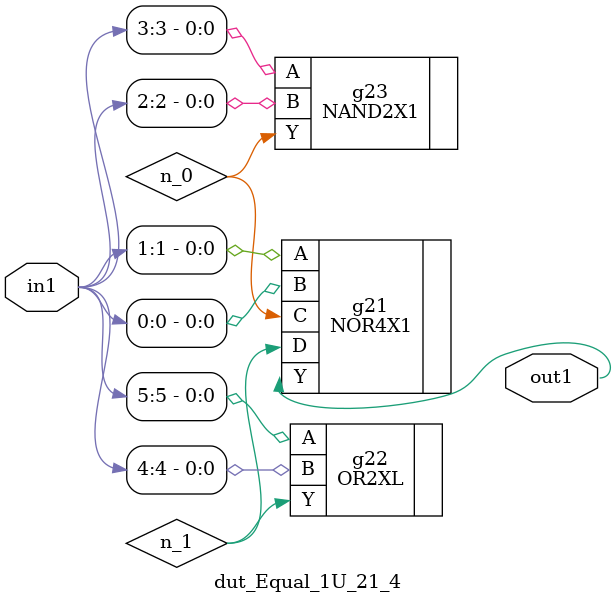
<source format=v>
`timescale 1ps / 1ps


module dut_Equal_1U_21_4(in1, out1);
  input [5:0] in1;
  output out1;
  wire [5:0] in1;
  wire out1;
  wire n_0, n_1;
  NOR4X1 g21(.A (in1[1]), .B (in1[0]), .C (n_0), .D (n_1), .Y (out1));
  OR2XL g22(.A (in1[5]), .B (in1[4]), .Y (n_1));
  NAND2X1 g23(.A (in1[3]), .B (in1[2]), .Y (n_0));
endmodule



</source>
